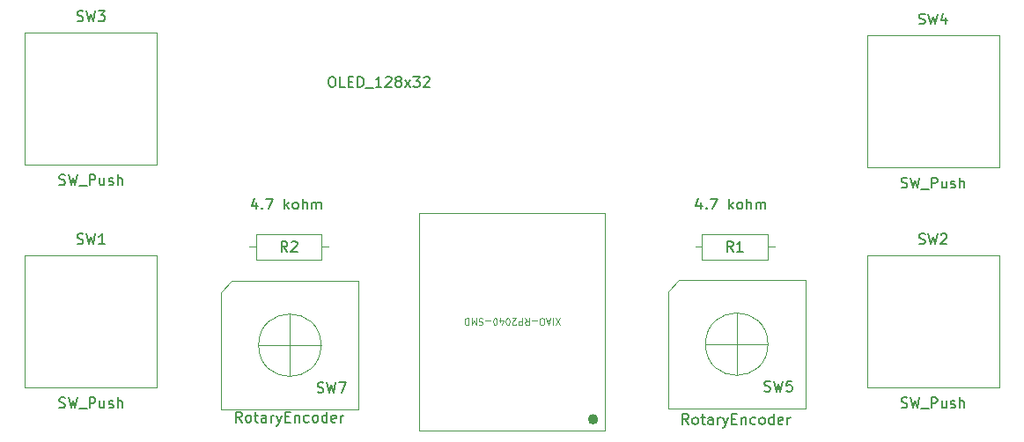
<source format=gbr>
%TF.GenerationSoftware,KiCad,Pcbnew,9.0.6*%
%TF.CreationDate,2025-12-07T01:16:21-05:00*%
%TF.ProjectId,Kigan's Lifeboard,4b696761-6e27-4732-904c-696665626f61,rev?*%
%TF.SameCoordinates,Original*%
%TF.FileFunction,AssemblyDrawing,Top*%
%FSLAX46Y46*%
G04 Gerber Fmt 4.6, Leading zero omitted, Abs format (unit mm)*
G04 Created by KiCad (PCBNEW 9.0.6) date 2025-12-07 01:16:21*
%MOMM*%
%LPD*%
G01*
G04 APERTURE LIST*
%ADD10C,0.150000*%
%ADD11C,0.101600*%
%ADD12C,0.100000*%
%ADD13C,0.120000*%
%ADD14C,0.504000*%
G04 APERTURE END LIST*
D10*
X105411631Y-95785450D02*
X105554488Y-95833069D01*
X105554488Y-95833069D02*
X105792583Y-95833069D01*
X105792583Y-95833069D02*
X105887821Y-95785450D01*
X105887821Y-95785450D02*
X105935440Y-95737830D01*
X105935440Y-95737830D02*
X105983059Y-95642592D01*
X105983059Y-95642592D02*
X105983059Y-95547354D01*
X105983059Y-95547354D02*
X105935440Y-95452116D01*
X105935440Y-95452116D02*
X105887821Y-95404497D01*
X105887821Y-95404497D02*
X105792583Y-95356878D01*
X105792583Y-95356878D02*
X105602107Y-95309259D01*
X105602107Y-95309259D02*
X105506869Y-95261640D01*
X105506869Y-95261640D02*
X105459250Y-95214021D01*
X105459250Y-95214021D02*
X105411631Y-95118783D01*
X105411631Y-95118783D02*
X105411631Y-95023545D01*
X105411631Y-95023545D02*
X105459250Y-94928307D01*
X105459250Y-94928307D02*
X105506869Y-94880688D01*
X105506869Y-94880688D02*
X105602107Y-94833069D01*
X105602107Y-94833069D02*
X105840202Y-94833069D01*
X105840202Y-94833069D02*
X105983059Y-94880688D01*
X106316393Y-94833069D02*
X106554488Y-95833069D01*
X106554488Y-95833069D02*
X106744964Y-95118783D01*
X106744964Y-95118783D02*
X106935440Y-95833069D01*
X106935440Y-95833069D02*
X107173536Y-94833069D01*
X107316393Y-95928307D02*
X108078297Y-95928307D01*
X108316393Y-95833069D02*
X108316393Y-94833069D01*
X108316393Y-94833069D02*
X108697345Y-94833069D01*
X108697345Y-94833069D02*
X108792583Y-94880688D01*
X108792583Y-94880688D02*
X108840202Y-94928307D01*
X108840202Y-94928307D02*
X108887821Y-95023545D01*
X108887821Y-95023545D02*
X108887821Y-95166402D01*
X108887821Y-95166402D02*
X108840202Y-95261640D01*
X108840202Y-95261640D02*
X108792583Y-95309259D01*
X108792583Y-95309259D02*
X108697345Y-95356878D01*
X108697345Y-95356878D02*
X108316393Y-95356878D01*
X109744964Y-95166402D02*
X109744964Y-95833069D01*
X109316393Y-95166402D02*
X109316393Y-95690211D01*
X109316393Y-95690211D02*
X109364012Y-95785450D01*
X109364012Y-95785450D02*
X109459250Y-95833069D01*
X109459250Y-95833069D02*
X109602107Y-95833069D01*
X109602107Y-95833069D02*
X109697345Y-95785450D01*
X109697345Y-95785450D02*
X109744964Y-95737830D01*
X110173536Y-95785450D02*
X110268774Y-95833069D01*
X110268774Y-95833069D02*
X110459250Y-95833069D01*
X110459250Y-95833069D02*
X110554488Y-95785450D01*
X110554488Y-95785450D02*
X110602107Y-95690211D01*
X110602107Y-95690211D02*
X110602107Y-95642592D01*
X110602107Y-95642592D02*
X110554488Y-95547354D01*
X110554488Y-95547354D02*
X110459250Y-95499735D01*
X110459250Y-95499735D02*
X110316393Y-95499735D01*
X110316393Y-95499735D02*
X110221155Y-95452116D01*
X110221155Y-95452116D02*
X110173536Y-95356878D01*
X110173536Y-95356878D02*
X110173536Y-95309259D01*
X110173536Y-95309259D02*
X110221155Y-95214021D01*
X110221155Y-95214021D02*
X110316393Y-95166402D01*
X110316393Y-95166402D02*
X110459250Y-95166402D01*
X110459250Y-95166402D02*
X110554488Y-95214021D01*
X111030679Y-95833069D02*
X111030679Y-94833069D01*
X111459250Y-95833069D02*
X111459250Y-95309259D01*
X111459250Y-95309259D02*
X111411631Y-95214021D01*
X111411631Y-95214021D02*
X111316393Y-95166402D01*
X111316393Y-95166402D02*
X111173536Y-95166402D01*
X111173536Y-95166402D02*
X111078298Y-95214021D01*
X111078298Y-95214021D02*
X111030679Y-95261640D01*
X107125917Y-80037450D02*
X107268774Y-80085069D01*
X107268774Y-80085069D02*
X107506869Y-80085069D01*
X107506869Y-80085069D02*
X107602107Y-80037450D01*
X107602107Y-80037450D02*
X107649726Y-79989830D01*
X107649726Y-79989830D02*
X107697345Y-79894592D01*
X107697345Y-79894592D02*
X107697345Y-79799354D01*
X107697345Y-79799354D02*
X107649726Y-79704116D01*
X107649726Y-79704116D02*
X107602107Y-79656497D01*
X107602107Y-79656497D02*
X107506869Y-79608878D01*
X107506869Y-79608878D02*
X107316393Y-79561259D01*
X107316393Y-79561259D02*
X107221155Y-79513640D01*
X107221155Y-79513640D02*
X107173536Y-79466021D01*
X107173536Y-79466021D02*
X107125917Y-79370783D01*
X107125917Y-79370783D02*
X107125917Y-79275545D01*
X107125917Y-79275545D02*
X107173536Y-79180307D01*
X107173536Y-79180307D02*
X107221155Y-79132688D01*
X107221155Y-79132688D02*
X107316393Y-79085069D01*
X107316393Y-79085069D02*
X107554488Y-79085069D01*
X107554488Y-79085069D02*
X107697345Y-79132688D01*
X108030679Y-79085069D02*
X108268774Y-80085069D01*
X108268774Y-80085069D02*
X108459250Y-79370783D01*
X108459250Y-79370783D02*
X108649726Y-80085069D01*
X108649726Y-80085069D02*
X108887822Y-79085069D01*
X109173536Y-79085069D02*
X109792583Y-79085069D01*
X109792583Y-79085069D02*
X109459250Y-79466021D01*
X109459250Y-79466021D02*
X109602107Y-79466021D01*
X109602107Y-79466021D02*
X109697345Y-79513640D01*
X109697345Y-79513640D02*
X109744964Y-79561259D01*
X109744964Y-79561259D02*
X109792583Y-79656497D01*
X109792583Y-79656497D02*
X109792583Y-79894592D01*
X109792583Y-79894592D02*
X109744964Y-79989830D01*
X109744964Y-79989830D02*
X109697345Y-80037450D01*
X109697345Y-80037450D02*
X109602107Y-80085069D01*
X109602107Y-80085069D02*
X109316393Y-80085069D01*
X109316393Y-80085069D02*
X109221155Y-80037450D01*
X109221155Y-80037450D02*
X109173536Y-79989830D01*
X122962379Y-118654819D02*
X122629046Y-118178628D01*
X122390951Y-118654819D02*
X122390951Y-117654819D01*
X122390951Y-117654819D02*
X122771903Y-117654819D01*
X122771903Y-117654819D02*
X122867141Y-117702438D01*
X122867141Y-117702438D02*
X122914760Y-117750057D01*
X122914760Y-117750057D02*
X122962379Y-117845295D01*
X122962379Y-117845295D02*
X122962379Y-117988152D01*
X122962379Y-117988152D02*
X122914760Y-118083390D01*
X122914760Y-118083390D02*
X122867141Y-118131009D01*
X122867141Y-118131009D02*
X122771903Y-118178628D01*
X122771903Y-118178628D02*
X122390951Y-118178628D01*
X123533808Y-118654819D02*
X123438570Y-118607200D01*
X123438570Y-118607200D02*
X123390951Y-118559580D01*
X123390951Y-118559580D02*
X123343332Y-118464342D01*
X123343332Y-118464342D02*
X123343332Y-118178628D01*
X123343332Y-118178628D02*
X123390951Y-118083390D01*
X123390951Y-118083390D02*
X123438570Y-118035771D01*
X123438570Y-118035771D02*
X123533808Y-117988152D01*
X123533808Y-117988152D02*
X123676665Y-117988152D01*
X123676665Y-117988152D02*
X123771903Y-118035771D01*
X123771903Y-118035771D02*
X123819522Y-118083390D01*
X123819522Y-118083390D02*
X123867141Y-118178628D01*
X123867141Y-118178628D02*
X123867141Y-118464342D01*
X123867141Y-118464342D02*
X123819522Y-118559580D01*
X123819522Y-118559580D02*
X123771903Y-118607200D01*
X123771903Y-118607200D02*
X123676665Y-118654819D01*
X123676665Y-118654819D02*
X123533808Y-118654819D01*
X124152856Y-117988152D02*
X124533808Y-117988152D01*
X124295713Y-117654819D02*
X124295713Y-118511961D01*
X124295713Y-118511961D02*
X124343332Y-118607200D01*
X124343332Y-118607200D02*
X124438570Y-118654819D01*
X124438570Y-118654819D02*
X124533808Y-118654819D01*
X125295713Y-118654819D02*
X125295713Y-118131009D01*
X125295713Y-118131009D02*
X125248094Y-118035771D01*
X125248094Y-118035771D02*
X125152856Y-117988152D01*
X125152856Y-117988152D02*
X124962380Y-117988152D01*
X124962380Y-117988152D02*
X124867142Y-118035771D01*
X125295713Y-118607200D02*
X125200475Y-118654819D01*
X125200475Y-118654819D02*
X124962380Y-118654819D01*
X124962380Y-118654819D02*
X124867142Y-118607200D01*
X124867142Y-118607200D02*
X124819523Y-118511961D01*
X124819523Y-118511961D02*
X124819523Y-118416723D01*
X124819523Y-118416723D02*
X124867142Y-118321485D01*
X124867142Y-118321485D02*
X124962380Y-118273866D01*
X124962380Y-118273866D02*
X125200475Y-118273866D01*
X125200475Y-118273866D02*
X125295713Y-118226247D01*
X125771904Y-118654819D02*
X125771904Y-117988152D01*
X125771904Y-118178628D02*
X125819523Y-118083390D01*
X125819523Y-118083390D02*
X125867142Y-118035771D01*
X125867142Y-118035771D02*
X125962380Y-117988152D01*
X125962380Y-117988152D02*
X126057618Y-117988152D01*
X126295714Y-117988152D02*
X126533809Y-118654819D01*
X126771904Y-117988152D02*
X126533809Y-118654819D01*
X126533809Y-118654819D02*
X126438571Y-118892914D01*
X126438571Y-118892914D02*
X126390952Y-118940533D01*
X126390952Y-118940533D02*
X126295714Y-118988152D01*
X127152857Y-118131009D02*
X127486190Y-118131009D01*
X127629047Y-118654819D02*
X127152857Y-118654819D01*
X127152857Y-118654819D02*
X127152857Y-117654819D01*
X127152857Y-117654819D02*
X127629047Y-117654819D01*
X128057619Y-117988152D02*
X128057619Y-118654819D01*
X128057619Y-118083390D02*
X128105238Y-118035771D01*
X128105238Y-118035771D02*
X128200476Y-117988152D01*
X128200476Y-117988152D02*
X128343333Y-117988152D01*
X128343333Y-117988152D02*
X128438571Y-118035771D01*
X128438571Y-118035771D02*
X128486190Y-118131009D01*
X128486190Y-118131009D02*
X128486190Y-118654819D01*
X129390952Y-118607200D02*
X129295714Y-118654819D01*
X129295714Y-118654819D02*
X129105238Y-118654819D01*
X129105238Y-118654819D02*
X129010000Y-118607200D01*
X129010000Y-118607200D02*
X128962381Y-118559580D01*
X128962381Y-118559580D02*
X128914762Y-118464342D01*
X128914762Y-118464342D02*
X128914762Y-118178628D01*
X128914762Y-118178628D02*
X128962381Y-118083390D01*
X128962381Y-118083390D02*
X129010000Y-118035771D01*
X129010000Y-118035771D02*
X129105238Y-117988152D01*
X129105238Y-117988152D02*
X129295714Y-117988152D01*
X129295714Y-117988152D02*
X129390952Y-118035771D01*
X129962381Y-118654819D02*
X129867143Y-118607200D01*
X129867143Y-118607200D02*
X129819524Y-118559580D01*
X129819524Y-118559580D02*
X129771905Y-118464342D01*
X129771905Y-118464342D02*
X129771905Y-118178628D01*
X129771905Y-118178628D02*
X129819524Y-118083390D01*
X129819524Y-118083390D02*
X129867143Y-118035771D01*
X129867143Y-118035771D02*
X129962381Y-117988152D01*
X129962381Y-117988152D02*
X130105238Y-117988152D01*
X130105238Y-117988152D02*
X130200476Y-118035771D01*
X130200476Y-118035771D02*
X130248095Y-118083390D01*
X130248095Y-118083390D02*
X130295714Y-118178628D01*
X130295714Y-118178628D02*
X130295714Y-118464342D01*
X130295714Y-118464342D02*
X130248095Y-118559580D01*
X130248095Y-118559580D02*
X130200476Y-118607200D01*
X130200476Y-118607200D02*
X130105238Y-118654819D01*
X130105238Y-118654819D02*
X129962381Y-118654819D01*
X131152857Y-118654819D02*
X131152857Y-117654819D01*
X131152857Y-118607200D02*
X131057619Y-118654819D01*
X131057619Y-118654819D02*
X130867143Y-118654819D01*
X130867143Y-118654819D02*
X130771905Y-118607200D01*
X130771905Y-118607200D02*
X130724286Y-118559580D01*
X130724286Y-118559580D02*
X130676667Y-118464342D01*
X130676667Y-118464342D02*
X130676667Y-118178628D01*
X130676667Y-118178628D02*
X130724286Y-118083390D01*
X130724286Y-118083390D02*
X130771905Y-118035771D01*
X130771905Y-118035771D02*
X130867143Y-117988152D01*
X130867143Y-117988152D02*
X131057619Y-117988152D01*
X131057619Y-117988152D02*
X131152857Y-118035771D01*
X132010000Y-118607200D02*
X131914762Y-118654819D01*
X131914762Y-118654819D02*
X131724286Y-118654819D01*
X131724286Y-118654819D02*
X131629048Y-118607200D01*
X131629048Y-118607200D02*
X131581429Y-118511961D01*
X131581429Y-118511961D02*
X131581429Y-118131009D01*
X131581429Y-118131009D02*
X131629048Y-118035771D01*
X131629048Y-118035771D02*
X131724286Y-117988152D01*
X131724286Y-117988152D02*
X131914762Y-117988152D01*
X131914762Y-117988152D02*
X132010000Y-118035771D01*
X132010000Y-118035771D02*
X132057619Y-118131009D01*
X132057619Y-118131009D02*
X132057619Y-118226247D01*
X132057619Y-118226247D02*
X131581429Y-118321485D01*
X132486191Y-118654819D02*
X132486191Y-117988152D01*
X132486191Y-118178628D02*
X132533810Y-118083390D01*
X132533810Y-118083390D02*
X132581429Y-118035771D01*
X132581429Y-118035771D02*
X132676667Y-117988152D01*
X132676667Y-117988152D02*
X132771905Y-117988152D01*
X130246667Y-115747200D02*
X130389524Y-115794819D01*
X130389524Y-115794819D02*
X130627619Y-115794819D01*
X130627619Y-115794819D02*
X130722857Y-115747200D01*
X130722857Y-115747200D02*
X130770476Y-115699580D01*
X130770476Y-115699580D02*
X130818095Y-115604342D01*
X130818095Y-115604342D02*
X130818095Y-115509104D01*
X130818095Y-115509104D02*
X130770476Y-115413866D01*
X130770476Y-115413866D02*
X130722857Y-115366247D01*
X130722857Y-115366247D02*
X130627619Y-115318628D01*
X130627619Y-115318628D02*
X130437143Y-115271009D01*
X130437143Y-115271009D02*
X130341905Y-115223390D01*
X130341905Y-115223390D02*
X130294286Y-115175771D01*
X130294286Y-115175771D02*
X130246667Y-115080533D01*
X130246667Y-115080533D02*
X130246667Y-114985295D01*
X130246667Y-114985295D02*
X130294286Y-114890057D01*
X130294286Y-114890057D02*
X130341905Y-114842438D01*
X130341905Y-114842438D02*
X130437143Y-114794819D01*
X130437143Y-114794819D02*
X130675238Y-114794819D01*
X130675238Y-114794819D02*
X130818095Y-114842438D01*
X131151429Y-114794819D02*
X131389524Y-115794819D01*
X131389524Y-115794819D02*
X131580000Y-115080533D01*
X131580000Y-115080533D02*
X131770476Y-115794819D01*
X131770476Y-115794819D02*
X132008572Y-114794819D01*
X132294286Y-114794819D02*
X132960952Y-114794819D01*
X132960952Y-114794819D02*
X132532381Y-115794819D01*
X131550202Y-85422819D02*
X131740678Y-85422819D01*
X131740678Y-85422819D02*
X131835916Y-85470438D01*
X131835916Y-85470438D02*
X131931154Y-85565676D01*
X131931154Y-85565676D02*
X131978773Y-85756152D01*
X131978773Y-85756152D02*
X131978773Y-86089485D01*
X131978773Y-86089485D02*
X131931154Y-86279961D01*
X131931154Y-86279961D02*
X131835916Y-86375200D01*
X131835916Y-86375200D02*
X131740678Y-86422819D01*
X131740678Y-86422819D02*
X131550202Y-86422819D01*
X131550202Y-86422819D02*
X131454964Y-86375200D01*
X131454964Y-86375200D02*
X131359726Y-86279961D01*
X131359726Y-86279961D02*
X131312107Y-86089485D01*
X131312107Y-86089485D02*
X131312107Y-85756152D01*
X131312107Y-85756152D02*
X131359726Y-85565676D01*
X131359726Y-85565676D02*
X131454964Y-85470438D01*
X131454964Y-85470438D02*
X131550202Y-85422819D01*
X132883535Y-86422819D02*
X132407345Y-86422819D01*
X132407345Y-86422819D02*
X132407345Y-85422819D01*
X133216869Y-85899009D02*
X133550202Y-85899009D01*
X133693059Y-86422819D02*
X133216869Y-86422819D01*
X133216869Y-86422819D02*
X133216869Y-85422819D01*
X133216869Y-85422819D02*
X133693059Y-85422819D01*
X134121631Y-86422819D02*
X134121631Y-85422819D01*
X134121631Y-85422819D02*
X134359726Y-85422819D01*
X134359726Y-85422819D02*
X134502583Y-85470438D01*
X134502583Y-85470438D02*
X134597821Y-85565676D01*
X134597821Y-85565676D02*
X134645440Y-85660914D01*
X134645440Y-85660914D02*
X134693059Y-85851390D01*
X134693059Y-85851390D02*
X134693059Y-85994247D01*
X134693059Y-85994247D02*
X134645440Y-86184723D01*
X134645440Y-86184723D02*
X134597821Y-86279961D01*
X134597821Y-86279961D02*
X134502583Y-86375200D01*
X134502583Y-86375200D02*
X134359726Y-86422819D01*
X134359726Y-86422819D02*
X134121631Y-86422819D01*
X134883536Y-86518057D02*
X135645440Y-86518057D01*
X136407345Y-86422819D02*
X135835917Y-86422819D01*
X136121631Y-86422819D02*
X136121631Y-85422819D01*
X136121631Y-85422819D02*
X136026393Y-85565676D01*
X136026393Y-85565676D02*
X135931155Y-85660914D01*
X135931155Y-85660914D02*
X135835917Y-85708533D01*
X136788298Y-85518057D02*
X136835917Y-85470438D01*
X136835917Y-85470438D02*
X136931155Y-85422819D01*
X136931155Y-85422819D02*
X137169250Y-85422819D01*
X137169250Y-85422819D02*
X137264488Y-85470438D01*
X137264488Y-85470438D02*
X137312107Y-85518057D01*
X137312107Y-85518057D02*
X137359726Y-85613295D01*
X137359726Y-85613295D02*
X137359726Y-85708533D01*
X137359726Y-85708533D02*
X137312107Y-85851390D01*
X137312107Y-85851390D02*
X136740679Y-86422819D01*
X136740679Y-86422819D02*
X137359726Y-86422819D01*
X137931155Y-85851390D02*
X137835917Y-85803771D01*
X137835917Y-85803771D02*
X137788298Y-85756152D01*
X137788298Y-85756152D02*
X137740679Y-85660914D01*
X137740679Y-85660914D02*
X137740679Y-85613295D01*
X137740679Y-85613295D02*
X137788298Y-85518057D01*
X137788298Y-85518057D02*
X137835917Y-85470438D01*
X137835917Y-85470438D02*
X137931155Y-85422819D01*
X137931155Y-85422819D02*
X138121631Y-85422819D01*
X138121631Y-85422819D02*
X138216869Y-85470438D01*
X138216869Y-85470438D02*
X138264488Y-85518057D01*
X138264488Y-85518057D02*
X138312107Y-85613295D01*
X138312107Y-85613295D02*
X138312107Y-85660914D01*
X138312107Y-85660914D02*
X138264488Y-85756152D01*
X138264488Y-85756152D02*
X138216869Y-85803771D01*
X138216869Y-85803771D02*
X138121631Y-85851390D01*
X138121631Y-85851390D02*
X137931155Y-85851390D01*
X137931155Y-85851390D02*
X137835917Y-85899009D01*
X137835917Y-85899009D02*
X137788298Y-85946628D01*
X137788298Y-85946628D02*
X137740679Y-86041866D01*
X137740679Y-86041866D02*
X137740679Y-86232342D01*
X137740679Y-86232342D02*
X137788298Y-86327580D01*
X137788298Y-86327580D02*
X137835917Y-86375200D01*
X137835917Y-86375200D02*
X137931155Y-86422819D01*
X137931155Y-86422819D02*
X138121631Y-86422819D01*
X138121631Y-86422819D02*
X138216869Y-86375200D01*
X138216869Y-86375200D02*
X138264488Y-86327580D01*
X138264488Y-86327580D02*
X138312107Y-86232342D01*
X138312107Y-86232342D02*
X138312107Y-86041866D01*
X138312107Y-86041866D02*
X138264488Y-85946628D01*
X138264488Y-85946628D02*
X138216869Y-85899009D01*
X138216869Y-85899009D02*
X138121631Y-85851390D01*
X138645441Y-86422819D02*
X139169250Y-85756152D01*
X138645441Y-85756152D02*
X139169250Y-86422819D01*
X139454965Y-85422819D02*
X140074012Y-85422819D01*
X140074012Y-85422819D02*
X139740679Y-85803771D01*
X139740679Y-85803771D02*
X139883536Y-85803771D01*
X139883536Y-85803771D02*
X139978774Y-85851390D01*
X139978774Y-85851390D02*
X140026393Y-85899009D01*
X140026393Y-85899009D02*
X140074012Y-85994247D01*
X140074012Y-85994247D02*
X140074012Y-86232342D01*
X140074012Y-86232342D02*
X140026393Y-86327580D01*
X140026393Y-86327580D02*
X139978774Y-86375200D01*
X139978774Y-86375200D02*
X139883536Y-86422819D01*
X139883536Y-86422819D02*
X139597822Y-86422819D01*
X139597822Y-86422819D02*
X139502584Y-86375200D01*
X139502584Y-86375200D02*
X139454965Y-86327580D01*
X140454965Y-85518057D02*
X140502584Y-85470438D01*
X140502584Y-85470438D02*
X140597822Y-85422819D01*
X140597822Y-85422819D02*
X140835917Y-85422819D01*
X140835917Y-85422819D02*
X140931155Y-85470438D01*
X140931155Y-85470438D02*
X140978774Y-85518057D01*
X140978774Y-85518057D02*
X141026393Y-85613295D01*
X141026393Y-85613295D02*
X141026393Y-85708533D01*
X141026393Y-85708533D02*
X140978774Y-85851390D01*
X140978774Y-85851390D02*
X140407346Y-86422819D01*
X140407346Y-86422819D02*
X141026393Y-86422819D01*
X186374131Y-117216700D02*
X186516988Y-117264319D01*
X186516988Y-117264319D02*
X186755083Y-117264319D01*
X186755083Y-117264319D02*
X186850321Y-117216700D01*
X186850321Y-117216700D02*
X186897940Y-117169080D01*
X186897940Y-117169080D02*
X186945559Y-117073842D01*
X186945559Y-117073842D02*
X186945559Y-116978604D01*
X186945559Y-116978604D02*
X186897940Y-116883366D01*
X186897940Y-116883366D02*
X186850321Y-116835747D01*
X186850321Y-116835747D02*
X186755083Y-116788128D01*
X186755083Y-116788128D02*
X186564607Y-116740509D01*
X186564607Y-116740509D02*
X186469369Y-116692890D01*
X186469369Y-116692890D02*
X186421750Y-116645271D01*
X186421750Y-116645271D02*
X186374131Y-116550033D01*
X186374131Y-116550033D02*
X186374131Y-116454795D01*
X186374131Y-116454795D02*
X186421750Y-116359557D01*
X186421750Y-116359557D02*
X186469369Y-116311938D01*
X186469369Y-116311938D02*
X186564607Y-116264319D01*
X186564607Y-116264319D02*
X186802702Y-116264319D01*
X186802702Y-116264319D02*
X186945559Y-116311938D01*
X187278893Y-116264319D02*
X187516988Y-117264319D01*
X187516988Y-117264319D02*
X187707464Y-116550033D01*
X187707464Y-116550033D02*
X187897940Y-117264319D01*
X187897940Y-117264319D02*
X188136036Y-116264319D01*
X188278893Y-117359557D02*
X189040797Y-117359557D01*
X189278893Y-117264319D02*
X189278893Y-116264319D01*
X189278893Y-116264319D02*
X189659845Y-116264319D01*
X189659845Y-116264319D02*
X189755083Y-116311938D01*
X189755083Y-116311938D02*
X189802702Y-116359557D01*
X189802702Y-116359557D02*
X189850321Y-116454795D01*
X189850321Y-116454795D02*
X189850321Y-116597652D01*
X189850321Y-116597652D02*
X189802702Y-116692890D01*
X189802702Y-116692890D02*
X189755083Y-116740509D01*
X189755083Y-116740509D02*
X189659845Y-116788128D01*
X189659845Y-116788128D02*
X189278893Y-116788128D01*
X190707464Y-116597652D02*
X190707464Y-117264319D01*
X190278893Y-116597652D02*
X190278893Y-117121461D01*
X190278893Y-117121461D02*
X190326512Y-117216700D01*
X190326512Y-117216700D02*
X190421750Y-117264319D01*
X190421750Y-117264319D02*
X190564607Y-117264319D01*
X190564607Y-117264319D02*
X190659845Y-117216700D01*
X190659845Y-117216700D02*
X190707464Y-117169080D01*
X191136036Y-117216700D02*
X191231274Y-117264319D01*
X191231274Y-117264319D02*
X191421750Y-117264319D01*
X191421750Y-117264319D02*
X191516988Y-117216700D01*
X191516988Y-117216700D02*
X191564607Y-117121461D01*
X191564607Y-117121461D02*
X191564607Y-117073842D01*
X191564607Y-117073842D02*
X191516988Y-116978604D01*
X191516988Y-116978604D02*
X191421750Y-116930985D01*
X191421750Y-116930985D02*
X191278893Y-116930985D01*
X191278893Y-116930985D02*
X191183655Y-116883366D01*
X191183655Y-116883366D02*
X191136036Y-116788128D01*
X191136036Y-116788128D02*
X191136036Y-116740509D01*
X191136036Y-116740509D02*
X191183655Y-116645271D01*
X191183655Y-116645271D02*
X191278893Y-116597652D01*
X191278893Y-116597652D02*
X191421750Y-116597652D01*
X191421750Y-116597652D02*
X191516988Y-116645271D01*
X191993179Y-117264319D02*
X191993179Y-116264319D01*
X192421750Y-117264319D02*
X192421750Y-116740509D01*
X192421750Y-116740509D02*
X192374131Y-116645271D01*
X192374131Y-116645271D02*
X192278893Y-116597652D01*
X192278893Y-116597652D02*
X192136036Y-116597652D01*
X192136036Y-116597652D02*
X192040798Y-116645271D01*
X192040798Y-116645271D02*
X191993179Y-116692890D01*
X188088417Y-101468700D02*
X188231274Y-101516319D01*
X188231274Y-101516319D02*
X188469369Y-101516319D01*
X188469369Y-101516319D02*
X188564607Y-101468700D01*
X188564607Y-101468700D02*
X188612226Y-101421080D01*
X188612226Y-101421080D02*
X188659845Y-101325842D01*
X188659845Y-101325842D02*
X188659845Y-101230604D01*
X188659845Y-101230604D02*
X188612226Y-101135366D01*
X188612226Y-101135366D02*
X188564607Y-101087747D01*
X188564607Y-101087747D02*
X188469369Y-101040128D01*
X188469369Y-101040128D02*
X188278893Y-100992509D01*
X188278893Y-100992509D02*
X188183655Y-100944890D01*
X188183655Y-100944890D02*
X188136036Y-100897271D01*
X188136036Y-100897271D02*
X188088417Y-100802033D01*
X188088417Y-100802033D02*
X188088417Y-100706795D01*
X188088417Y-100706795D02*
X188136036Y-100611557D01*
X188136036Y-100611557D02*
X188183655Y-100563938D01*
X188183655Y-100563938D02*
X188278893Y-100516319D01*
X188278893Y-100516319D02*
X188516988Y-100516319D01*
X188516988Y-100516319D02*
X188659845Y-100563938D01*
X188993179Y-100516319D02*
X189231274Y-101516319D01*
X189231274Y-101516319D02*
X189421750Y-100802033D01*
X189421750Y-100802033D02*
X189612226Y-101516319D01*
X189612226Y-101516319D02*
X189850322Y-100516319D01*
X190183655Y-100611557D02*
X190231274Y-100563938D01*
X190231274Y-100563938D02*
X190326512Y-100516319D01*
X190326512Y-100516319D02*
X190564607Y-100516319D01*
X190564607Y-100516319D02*
X190659845Y-100563938D01*
X190659845Y-100563938D02*
X190707464Y-100611557D01*
X190707464Y-100611557D02*
X190755083Y-100706795D01*
X190755083Y-100706795D02*
X190755083Y-100802033D01*
X190755083Y-100802033D02*
X190707464Y-100944890D01*
X190707464Y-100944890D02*
X190136036Y-101516319D01*
X190136036Y-101516319D02*
X190755083Y-101516319D01*
X124389047Y-97488152D02*
X124389047Y-98154819D01*
X124150952Y-97107200D02*
X123912857Y-97821485D01*
X123912857Y-97821485D02*
X124531904Y-97821485D01*
X124912857Y-98059580D02*
X124960476Y-98107200D01*
X124960476Y-98107200D02*
X124912857Y-98154819D01*
X124912857Y-98154819D02*
X124865238Y-98107200D01*
X124865238Y-98107200D02*
X124912857Y-98059580D01*
X124912857Y-98059580D02*
X124912857Y-98154819D01*
X125293809Y-97154819D02*
X125960475Y-97154819D01*
X125960475Y-97154819D02*
X125531904Y-98154819D01*
X127103333Y-98154819D02*
X127103333Y-97154819D01*
X127198571Y-97773866D02*
X127484285Y-98154819D01*
X127484285Y-97488152D02*
X127103333Y-97869104D01*
X128055714Y-98154819D02*
X127960476Y-98107200D01*
X127960476Y-98107200D02*
X127912857Y-98059580D01*
X127912857Y-98059580D02*
X127865238Y-97964342D01*
X127865238Y-97964342D02*
X127865238Y-97678628D01*
X127865238Y-97678628D02*
X127912857Y-97583390D01*
X127912857Y-97583390D02*
X127960476Y-97535771D01*
X127960476Y-97535771D02*
X128055714Y-97488152D01*
X128055714Y-97488152D02*
X128198571Y-97488152D01*
X128198571Y-97488152D02*
X128293809Y-97535771D01*
X128293809Y-97535771D02*
X128341428Y-97583390D01*
X128341428Y-97583390D02*
X128389047Y-97678628D01*
X128389047Y-97678628D02*
X128389047Y-97964342D01*
X128389047Y-97964342D02*
X128341428Y-98059580D01*
X128341428Y-98059580D02*
X128293809Y-98107200D01*
X128293809Y-98107200D02*
X128198571Y-98154819D01*
X128198571Y-98154819D02*
X128055714Y-98154819D01*
X128817619Y-98154819D02*
X128817619Y-97154819D01*
X129246190Y-98154819D02*
X129246190Y-97631009D01*
X129246190Y-97631009D02*
X129198571Y-97535771D01*
X129198571Y-97535771D02*
X129103333Y-97488152D01*
X129103333Y-97488152D02*
X128960476Y-97488152D01*
X128960476Y-97488152D02*
X128865238Y-97535771D01*
X128865238Y-97535771D02*
X128817619Y-97583390D01*
X129722381Y-98154819D02*
X129722381Y-97488152D01*
X129722381Y-97583390D02*
X129770000Y-97535771D01*
X129770000Y-97535771D02*
X129865238Y-97488152D01*
X129865238Y-97488152D02*
X130008095Y-97488152D01*
X130008095Y-97488152D02*
X130103333Y-97535771D01*
X130103333Y-97535771D02*
X130150952Y-97631009D01*
X130150952Y-97631009D02*
X130150952Y-98154819D01*
X130150952Y-97631009D02*
X130198571Y-97535771D01*
X130198571Y-97535771D02*
X130293809Y-97488152D01*
X130293809Y-97488152D02*
X130436666Y-97488152D01*
X130436666Y-97488152D02*
X130531905Y-97535771D01*
X130531905Y-97535771D02*
X130579524Y-97631009D01*
X130579524Y-97631009D02*
X130579524Y-98154819D01*
X127342583Y-102246569D02*
X127009250Y-101770378D01*
X126771155Y-102246569D02*
X126771155Y-101246569D01*
X126771155Y-101246569D02*
X127152107Y-101246569D01*
X127152107Y-101246569D02*
X127247345Y-101294188D01*
X127247345Y-101294188D02*
X127294964Y-101341807D01*
X127294964Y-101341807D02*
X127342583Y-101437045D01*
X127342583Y-101437045D02*
X127342583Y-101579902D01*
X127342583Y-101579902D02*
X127294964Y-101675140D01*
X127294964Y-101675140D02*
X127247345Y-101722759D01*
X127247345Y-101722759D02*
X127152107Y-101770378D01*
X127152107Y-101770378D02*
X126771155Y-101770378D01*
X127723536Y-101341807D02*
X127771155Y-101294188D01*
X127771155Y-101294188D02*
X127866393Y-101246569D01*
X127866393Y-101246569D02*
X128104488Y-101246569D01*
X128104488Y-101246569D02*
X128199726Y-101294188D01*
X128199726Y-101294188D02*
X128247345Y-101341807D01*
X128247345Y-101341807D02*
X128294964Y-101437045D01*
X128294964Y-101437045D02*
X128294964Y-101532283D01*
X128294964Y-101532283D02*
X128247345Y-101675140D01*
X128247345Y-101675140D02*
X127675917Y-102246569D01*
X127675917Y-102246569D02*
X128294964Y-102246569D01*
X105411631Y-117216700D02*
X105554488Y-117264319D01*
X105554488Y-117264319D02*
X105792583Y-117264319D01*
X105792583Y-117264319D02*
X105887821Y-117216700D01*
X105887821Y-117216700D02*
X105935440Y-117169080D01*
X105935440Y-117169080D02*
X105983059Y-117073842D01*
X105983059Y-117073842D02*
X105983059Y-116978604D01*
X105983059Y-116978604D02*
X105935440Y-116883366D01*
X105935440Y-116883366D02*
X105887821Y-116835747D01*
X105887821Y-116835747D02*
X105792583Y-116788128D01*
X105792583Y-116788128D02*
X105602107Y-116740509D01*
X105602107Y-116740509D02*
X105506869Y-116692890D01*
X105506869Y-116692890D02*
X105459250Y-116645271D01*
X105459250Y-116645271D02*
X105411631Y-116550033D01*
X105411631Y-116550033D02*
X105411631Y-116454795D01*
X105411631Y-116454795D02*
X105459250Y-116359557D01*
X105459250Y-116359557D02*
X105506869Y-116311938D01*
X105506869Y-116311938D02*
X105602107Y-116264319D01*
X105602107Y-116264319D02*
X105840202Y-116264319D01*
X105840202Y-116264319D02*
X105983059Y-116311938D01*
X106316393Y-116264319D02*
X106554488Y-117264319D01*
X106554488Y-117264319D02*
X106744964Y-116550033D01*
X106744964Y-116550033D02*
X106935440Y-117264319D01*
X106935440Y-117264319D02*
X107173536Y-116264319D01*
X107316393Y-117359557D02*
X108078297Y-117359557D01*
X108316393Y-117264319D02*
X108316393Y-116264319D01*
X108316393Y-116264319D02*
X108697345Y-116264319D01*
X108697345Y-116264319D02*
X108792583Y-116311938D01*
X108792583Y-116311938D02*
X108840202Y-116359557D01*
X108840202Y-116359557D02*
X108887821Y-116454795D01*
X108887821Y-116454795D02*
X108887821Y-116597652D01*
X108887821Y-116597652D02*
X108840202Y-116692890D01*
X108840202Y-116692890D02*
X108792583Y-116740509D01*
X108792583Y-116740509D02*
X108697345Y-116788128D01*
X108697345Y-116788128D02*
X108316393Y-116788128D01*
X109744964Y-116597652D02*
X109744964Y-117264319D01*
X109316393Y-116597652D02*
X109316393Y-117121461D01*
X109316393Y-117121461D02*
X109364012Y-117216700D01*
X109364012Y-117216700D02*
X109459250Y-117264319D01*
X109459250Y-117264319D02*
X109602107Y-117264319D01*
X109602107Y-117264319D02*
X109697345Y-117216700D01*
X109697345Y-117216700D02*
X109744964Y-117169080D01*
X110173536Y-117216700D02*
X110268774Y-117264319D01*
X110268774Y-117264319D02*
X110459250Y-117264319D01*
X110459250Y-117264319D02*
X110554488Y-117216700D01*
X110554488Y-117216700D02*
X110602107Y-117121461D01*
X110602107Y-117121461D02*
X110602107Y-117073842D01*
X110602107Y-117073842D02*
X110554488Y-116978604D01*
X110554488Y-116978604D02*
X110459250Y-116930985D01*
X110459250Y-116930985D02*
X110316393Y-116930985D01*
X110316393Y-116930985D02*
X110221155Y-116883366D01*
X110221155Y-116883366D02*
X110173536Y-116788128D01*
X110173536Y-116788128D02*
X110173536Y-116740509D01*
X110173536Y-116740509D02*
X110221155Y-116645271D01*
X110221155Y-116645271D02*
X110316393Y-116597652D01*
X110316393Y-116597652D02*
X110459250Y-116597652D01*
X110459250Y-116597652D02*
X110554488Y-116645271D01*
X111030679Y-117264319D02*
X111030679Y-116264319D01*
X111459250Y-117264319D02*
X111459250Y-116740509D01*
X111459250Y-116740509D02*
X111411631Y-116645271D01*
X111411631Y-116645271D02*
X111316393Y-116597652D01*
X111316393Y-116597652D02*
X111173536Y-116597652D01*
X111173536Y-116597652D02*
X111078298Y-116645271D01*
X111078298Y-116645271D02*
X111030679Y-116692890D01*
X107125917Y-101468700D02*
X107268774Y-101516319D01*
X107268774Y-101516319D02*
X107506869Y-101516319D01*
X107506869Y-101516319D02*
X107602107Y-101468700D01*
X107602107Y-101468700D02*
X107649726Y-101421080D01*
X107649726Y-101421080D02*
X107697345Y-101325842D01*
X107697345Y-101325842D02*
X107697345Y-101230604D01*
X107697345Y-101230604D02*
X107649726Y-101135366D01*
X107649726Y-101135366D02*
X107602107Y-101087747D01*
X107602107Y-101087747D02*
X107506869Y-101040128D01*
X107506869Y-101040128D02*
X107316393Y-100992509D01*
X107316393Y-100992509D02*
X107221155Y-100944890D01*
X107221155Y-100944890D02*
X107173536Y-100897271D01*
X107173536Y-100897271D02*
X107125917Y-100802033D01*
X107125917Y-100802033D02*
X107125917Y-100706795D01*
X107125917Y-100706795D02*
X107173536Y-100611557D01*
X107173536Y-100611557D02*
X107221155Y-100563938D01*
X107221155Y-100563938D02*
X107316393Y-100516319D01*
X107316393Y-100516319D02*
X107554488Y-100516319D01*
X107554488Y-100516319D02*
X107697345Y-100563938D01*
X108030679Y-100516319D02*
X108268774Y-101516319D01*
X108268774Y-101516319D02*
X108459250Y-100802033D01*
X108459250Y-100802033D02*
X108649726Y-101516319D01*
X108649726Y-101516319D02*
X108887822Y-100516319D01*
X109792583Y-101516319D02*
X109221155Y-101516319D01*
X109506869Y-101516319D02*
X109506869Y-100516319D01*
X109506869Y-100516319D02*
X109411631Y-100659176D01*
X109411631Y-100659176D02*
X109316393Y-100754414D01*
X109316393Y-100754414D02*
X109221155Y-100802033D01*
X165922379Y-118844819D02*
X165589046Y-118368628D01*
X165350951Y-118844819D02*
X165350951Y-117844819D01*
X165350951Y-117844819D02*
X165731903Y-117844819D01*
X165731903Y-117844819D02*
X165827141Y-117892438D01*
X165827141Y-117892438D02*
X165874760Y-117940057D01*
X165874760Y-117940057D02*
X165922379Y-118035295D01*
X165922379Y-118035295D02*
X165922379Y-118178152D01*
X165922379Y-118178152D02*
X165874760Y-118273390D01*
X165874760Y-118273390D02*
X165827141Y-118321009D01*
X165827141Y-118321009D02*
X165731903Y-118368628D01*
X165731903Y-118368628D02*
X165350951Y-118368628D01*
X166493808Y-118844819D02*
X166398570Y-118797200D01*
X166398570Y-118797200D02*
X166350951Y-118749580D01*
X166350951Y-118749580D02*
X166303332Y-118654342D01*
X166303332Y-118654342D02*
X166303332Y-118368628D01*
X166303332Y-118368628D02*
X166350951Y-118273390D01*
X166350951Y-118273390D02*
X166398570Y-118225771D01*
X166398570Y-118225771D02*
X166493808Y-118178152D01*
X166493808Y-118178152D02*
X166636665Y-118178152D01*
X166636665Y-118178152D02*
X166731903Y-118225771D01*
X166731903Y-118225771D02*
X166779522Y-118273390D01*
X166779522Y-118273390D02*
X166827141Y-118368628D01*
X166827141Y-118368628D02*
X166827141Y-118654342D01*
X166827141Y-118654342D02*
X166779522Y-118749580D01*
X166779522Y-118749580D02*
X166731903Y-118797200D01*
X166731903Y-118797200D02*
X166636665Y-118844819D01*
X166636665Y-118844819D02*
X166493808Y-118844819D01*
X167112856Y-118178152D02*
X167493808Y-118178152D01*
X167255713Y-117844819D02*
X167255713Y-118701961D01*
X167255713Y-118701961D02*
X167303332Y-118797200D01*
X167303332Y-118797200D02*
X167398570Y-118844819D01*
X167398570Y-118844819D02*
X167493808Y-118844819D01*
X168255713Y-118844819D02*
X168255713Y-118321009D01*
X168255713Y-118321009D02*
X168208094Y-118225771D01*
X168208094Y-118225771D02*
X168112856Y-118178152D01*
X168112856Y-118178152D02*
X167922380Y-118178152D01*
X167922380Y-118178152D02*
X167827142Y-118225771D01*
X168255713Y-118797200D02*
X168160475Y-118844819D01*
X168160475Y-118844819D02*
X167922380Y-118844819D01*
X167922380Y-118844819D02*
X167827142Y-118797200D01*
X167827142Y-118797200D02*
X167779523Y-118701961D01*
X167779523Y-118701961D02*
X167779523Y-118606723D01*
X167779523Y-118606723D02*
X167827142Y-118511485D01*
X167827142Y-118511485D02*
X167922380Y-118463866D01*
X167922380Y-118463866D02*
X168160475Y-118463866D01*
X168160475Y-118463866D02*
X168255713Y-118416247D01*
X168731904Y-118844819D02*
X168731904Y-118178152D01*
X168731904Y-118368628D02*
X168779523Y-118273390D01*
X168779523Y-118273390D02*
X168827142Y-118225771D01*
X168827142Y-118225771D02*
X168922380Y-118178152D01*
X168922380Y-118178152D02*
X169017618Y-118178152D01*
X169255714Y-118178152D02*
X169493809Y-118844819D01*
X169731904Y-118178152D02*
X169493809Y-118844819D01*
X169493809Y-118844819D02*
X169398571Y-119082914D01*
X169398571Y-119082914D02*
X169350952Y-119130533D01*
X169350952Y-119130533D02*
X169255714Y-119178152D01*
X170112857Y-118321009D02*
X170446190Y-118321009D01*
X170589047Y-118844819D02*
X170112857Y-118844819D01*
X170112857Y-118844819D02*
X170112857Y-117844819D01*
X170112857Y-117844819D02*
X170589047Y-117844819D01*
X171017619Y-118178152D02*
X171017619Y-118844819D01*
X171017619Y-118273390D02*
X171065238Y-118225771D01*
X171065238Y-118225771D02*
X171160476Y-118178152D01*
X171160476Y-118178152D02*
X171303333Y-118178152D01*
X171303333Y-118178152D02*
X171398571Y-118225771D01*
X171398571Y-118225771D02*
X171446190Y-118321009D01*
X171446190Y-118321009D02*
X171446190Y-118844819D01*
X172350952Y-118797200D02*
X172255714Y-118844819D01*
X172255714Y-118844819D02*
X172065238Y-118844819D01*
X172065238Y-118844819D02*
X171970000Y-118797200D01*
X171970000Y-118797200D02*
X171922381Y-118749580D01*
X171922381Y-118749580D02*
X171874762Y-118654342D01*
X171874762Y-118654342D02*
X171874762Y-118368628D01*
X171874762Y-118368628D02*
X171922381Y-118273390D01*
X171922381Y-118273390D02*
X171970000Y-118225771D01*
X171970000Y-118225771D02*
X172065238Y-118178152D01*
X172065238Y-118178152D02*
X172255714Y-118178152D01*
X172255714Y-118178152D02*
X172350952Y-118225771D01*
X172922381Y-118844819D02*
X172827143Y-118797200D01*
X172827143Y-118797200D02*
X172779524Y-118749580D01*
X172779524Y-118749580D02*
X172731905Y-118654342D01*
X172731905Y-118654342D02*
X172731905Y-118368628D01*
X172731905Y-118368628D02*
X172779524Y-118273390D01*
X172779524Y-118273390D02*
X172827143Y-118225771D01*
X172827143Y-118225771D02*
X172922381Y-118178152D01*
X172922381Y-118178152D02*
X173065238Y-118178152D01*
X173065238Y-118178152D02*
X173160476Y-118225771D01*
X173160476Y-118225771D02*
X173208095Y-118273390D01*
X173208095Y-118273390D02*
X173255714Y-118368628D01*
X173255714Y-118368628D02*
X173255714Y-118654342D01*
X173255714Y-118654342D02*
X173208095Y-118749580D01*
X173208095Y-118749580D02*
X173160476Y-118797200D01*
X173160476Y-118797200D02*
X173065238Y-118844819D01*
X173065238Y-118844819D02*
X172922381Y-118844819D01*
X174112857Y-118844819D02*
X174112857Y-117844819D01*
X174112857Y-118797200D02*
X174017619Y-118844819D01*
X174017619Y-118844819D02*
X173827143Y-118844819D01*
X173827143Y-118844819D02*
X173731905Y-118797200D01*
X173731905Y-118797200D02*
X173684286Y-118749580D01*
X173684286Y-118749580D02*
X173636667Y-118654342D01*
X173636667Y-118654342D02*
X173636667Y-118368628D01*
X173636667Y-118368628D02*
X173684286Y-118273390D01*
X173684286Y-118273390D02*
X173731905Y-118225771D01*
X173731905Y-118225771D02*
X173827143Y-118178152D01*
X173827143Y-118178152D02*
X174017619Y-118178152D01*
X174017619Y-118178152D02*
X174112857Y-118225771D01*
X174970000Y-118797200D02*
X174874762Y-118844819D01*
X174874762Y-118844819D02*
X174684286Y-118844819D01*
X174684286Y-118844819D02*
X174589048Y-118797200D01*
X174589048Y-118797200D02*
X174541429Y-118701961D01*
X174541429Y-118701961D02*
X174541429Y-118321009D01*
X174541429Y-118321009D02*
X174589048Y-118225771D01*
X174589048Y-118225771D02*
X174684286Y-118178152D01*
X174684286Y-118178152D02*
X174874762Y-118178152D01*
X174874762Y-118178152D02*
X174970000Y-118225771D01*
X174970000Y-118225771D02*
X175017619Y-118321009D01*
X175017619Y-118321009D02*
X175017619Y-118416247D01*
X175017619Y-118416247D02*
X174541429Y-118511485D01*
X175446191Y-118844819D02*
X175446191Y-118178152D01*
X175446191Y-118368628D02*
X175493810Y-118273390D01*
X175493810Y-118273390D02*
X175541429Y-118225771D01*
X175541429Y-118225771D02*
X175636667Y-118178152D01*
X175636667Y-118178152D02*
X175731905Y-118178152D01*
X173226667Y-115647200D02*
X173369524Y-115694819D01*
X173369524Y-115694819D02*
X173607619Y-115694819D01*
X173607619Y-115694819D02*
X173702857Y-115647200D01*
X173702857Y-115647200D02*
X173750476Y-115599580D01*
X173750476Y-115599580D02*
X173798095Y-115504342D01*
X173798095Y-115504342D02*
X173798095Y-115409104D01*
X173798095Y-115409104D02*
X173750476Y-115313866D01*
X173750476Y-115313866D02*
X173702857Y-115266247D01*
X173702857Y-115266247D02*
X173607619Y-115218628D01*
X173607619Y-115218628D02*
X173417143Y-115171009D01*
X173417143Y-115171009D02*
X173321905Y-115123390D01*
X173321905Y-115123390D02*
X173274286Y-115075771D01*
X173274286Y-115075771D02*
X173226667Y-114980533D01*
X173226667Y-114980533D02*
X173226667Y-114885295D01*
X173226667Y-114885295D02*
X173274286Y-114790057D01*
X173274286Y-114790057D02*
X173321905Y-114742438D01*
X173321905Y-114742438D02*
X173417143Y-114694819D01*
X173417143Y-114694819D02*
X173655238Y-114694819D01*
X173655238Y-114694819D02*
X173798095Y-114742438D01*
X174131429Y-114694819D02*
X174369524Y-115694819D01*
X174369524Y-115694819D02*
X174560000Y-114980533D01*
X174560000Y-114980533D02*
X174750476Y-115694819D01*
X174750476Y-115694819D02*
X174988572Y-114694819D01*
X175845714Y-114694819D02*
X175369524Y-114694819D01*
X175369524Y-114694819D02*
X175321905Y-115171009D01*
X175321905Y-115171009D02*
X175369524Y-115123390D01*
X175369524Y-115123390D02*
X175464762Y-115075771D01*
X175464762Y-115075771D02*
X175702857Y-115075771D01*
X175702857Y-115075771D02*
X175798095Y-115123390D01*
X175798095Y-115123390D02*
X175845714Y-115171009D01*
X175845714Y-115171009D02*
X175893333Y-115266247D01*
X175893333Y-115266247D02*
X175893333Y-115504342D01*
X175893333Y-115504342D02*
X175845714Y-115599580D01*
X175845714Y-115599580D02*
X175798095Y-115647200D01*
X175798095Y-115647200D02*
X175702857Y-115694819D01*
X175702857Y-115694819D02*
X175464762Y-115694819D01*
X175464762Y-115694819D02*
X175369524Y-115647200D01*
X175369524Y-115647200D02*
X175321905Y-115599580D01*
X167109047Y-97488152D02*
X167109047Y-98154819D01*
X166870952Y-97107200D02*
X166632857Y-97821485D01*
X166632857Y-97821485D02*
X167251904Y-97821485D01*
X167632857Y-98059580D02*
X167680476Y-98107200D01*
X167680476Y-98107200D02*
X167632857Y-98154819D01*
X167632857Y-98154819D02*
X167585238Y-98107200D01*
X167585238Y-98107200D02*
X167632857Y-98059580D01*
X167632857Y-98059580D02*
X167632857Y-98154819D01*
X168013809Y-97154819D02*
X168680475Y-97154819D01*
X168680475Y-97154819D02*
X168251904Y-98154819D01*
X169823333Y-98154819D02*
X169823333Y-97154819D01*
X169918571Y-97773866D02*
X170204285Y-98154819D01*
X170204285Y-97488152D02*
X169823333Y-97869104D01*
X170775714Y-98154819D02*
X170680476Y-98107200D01*
X170680476Y-98107200D02*
X170632857Y-98059580D01*
X170632857Y-98059580D02*
X170585238Y-97964342D01*
X170585238Y-97964342D02*
X170585238Y-97678628D01*
X170585238Y-97678628D02*
X170632857Y-97583390D01*
X170632857Y-97583390D02*
X170680476Y-97535771D01*
X170680476Y-97535771D02*
X170775714Y-97488152D01*
X170775714Y-97488152D02*
X170918571Y-97488152D01*
X170918571Y-97488152D02*
X171013809Y-97535771D01*
X171013809Y-97535771D02*
X171061428Y-97583390D01*
X171061428Y-97583390D02*
X171109047Y-97678628D01*
X171109047Y-97678628D02*
X171109047Y-97964342D01*
X171109047Y-97964342D02*
X171061428Y-98059580D01*
X171061428Y-98059580D02*
X171013809Y-98107200D01*
X171013809Y-98107200D02*
X170918571Y-98154819D01*
X170918571Y-98154819D02*
X170775714Y-98154819D01*
X171537619Y-98154819D02*
X171537619Y-97154819D01*
X171966190Y-98154819D02*
X171966190Y-97631009D01*
X171966190Y-97631009D02*
X171918571Y-97535771D01*
X171918571Y-97535771D02*
X171823333Y-97488152D01*
X171823333Y-97488152D02*
X171680476Y-97488152D01*
X171680476Y-97488152D02*
X171585238Y-97535771D01*
X171585238Y-97535771D02*
X171537619Y-97583390D01*
X172442381Y-98154819D02*
X172442381Y-97488152D01*
X172442381Y-97583390D02*
X172490000Y-97535771D01*
X172490000Y-97535771D02*
X172585238Y-97488152D01*
X172585238Y-97488152D02*
X172728095Y-97488152D01*
X172728095Y-97488152D02*
X172823333Y-97535771D01*
X172823333Y-97535771D02*
X172870952Y-97631009D01*
X172870952Y-97631009D02*
X172870952Y-98154819D01*
X172870952Y-97631009D02*
X172918571Y-97535771D01*
X172918571Y-97535771D02*
X173013809Y-97488152D01*
X173013809Y-97488152D02*
X173156666Y-97488152D01*
X173156666Y-97488152D02*
X173251905Y-97535771D01*
X173251905Y-97535771D02*
X173299524Y-97631009D01*
X173299524Y-97631009D02*
X173299524Y-98154819D01*
X170205083Y-102246569D02*
X169871750Y-101770378D01*
X169633655Y-102246569D02*
X169633655Y-101246569D01*
X169633655Y-101246569D02*
X170014607Y-101246569D01*
X170014607Y-101246569D02*
X170109845Y-101294188D01*
X170109845Y-101294188D02*
X170157464Y-101341807D01*
X170157464Y-101341807D02*
X170205083Y-101437045D01*
X170205083Y-101437045D02*
X170205083Y-101579902D01*
X170205083Y-101579902D02*
X170157464Y-101675140D01*
X170157464Y-101675140D02*
X170109845Y-101722759D01*
X170109845Y-101722759D02*
X170014607Y-101770378D01*
X170014607Y-101770378D02*
X169633655Y-101770378D01*
X171157464Y-102246569D02*
X170586036Y-102246569D01*
X170871750Y-102246569D02*
X170871750Y-101246569D01*
X170871750Y-101246569D02*
X170776512Y-101389426D01*
X170776512Y-101389426D02*
X170681274Y-101484664D01*
X170681274Y-101484664D02*
X170586036Y-101532283D01*
X186374131Y-96069200D02*
X186516988Y-96116819D01*
X186516988Y-96116819D02*
X186755083Y-96116819D01*
X186755083Y-96116819D02*
X186850321Y-96069200D01*
X186850321Y-96069200D02*
X186897940Y-96021580D01*
X186897940Y-96021580D02*
X186945559Y-95926342D01*
X186945559Y-95926342D02*
X186945559Y-95831104D01*
X186945559Y-95831104D02*
X186897940Y-95735866D01*
X186897940Y-95735866D02*
X186850321Y-95688247D01*
X186850321Y-95688247D02*
X186755083Y-95640628D01*
X186755083Y-95640628D02*
X186564607Y-95593009D01*
X186564607Y-95593009D02*
X186469369Y-95545390D01*
X186469369Y-95545390D02*
X186421750Y-95497771D01*
X186421750Y-95497771D02*
X186374131Y-95402533D01*
X186374131Y-95402533D02*
X186374131Y-95307295D01*
X186374131Y-95307295D02*
X186421750Y-95212057D01*
X186421750Y-95212057D02*
X186469369Y-95164438D01*
X186469369Y-95164438D02*
X186564607Y-95116819D01*
X186564607Y-95116819D02*
X186802702Y-95116819D01*
X186802702Y-95116819D02*
X186945559Y-95164438D01*
X187278893Y-95116819D02*
X187516988Y-96116819D01*
X187516988Y-96116819D02*
X187707464Y-95402533D01*
X187707464Y-95402533D02*
X187897940Y-96116819D01*
X187897940Y-96116819D02*
X188136036Y-95116819D01*
X188278893Y-96212057D02*
X189040797Y-96212057D01*
X189278893Y-96116819D02*
X189278893Y-95116819D01*
X189278893Y-95116819D02*
X189659845Y-95116819D01*
X189659845Y-95116819D02*
X189755083Y-95164438D01*
X189755083Y-95164438D02*
X189802702Y-95212057D01*
X189802702Y-95212057D02*
X189850321Y-95307295D01*
X189850321Y-95307295D02*
X189850321Y-95450152D01*
X189850321Y-95450152D02*
X189802702Y-95545390D01*
X189802702Y-95545390D02*
X189755083Y-95593009D01*
X189755083Y-95593009D02*
X189659845Y-95640628D01*
X189659845Y-95640628D02*
X189278893Y-95640628D01*
X190707464Y-95450152D02*
X190707464Y-96116819D01*
X190278893Y-95450152D02*
X190278893Y-95973961D01*
X190278893Y-95973961D02*
X190326512Y-96069200D01*
X190326512Y-96069200D02*
X190421750Y-96116819D01*
X190421750Y-96116819D02*
X190564607Y-96116819D01*
X190564607Y-96116819D02*
X190659845Y-96069200D01*
X190659845Y-96069200D02*
X190707464Y-96021580D01*
X191136036Y-96069200D02*
X191231274Y-96116819D01*
X191231274Y-96116819D02*
X191421750Y-96116819D01*
X191421750Y-96116819D02*
X191516988Y-96069200D01*
X191516988Y-96069200D02*
X191564607Y-95973961D01*
X191564607Y-95973961D02*
X191564607Y-95926342D01*
X191564607Y-95926342D02*
X191516988Y-95831104D01*
X191516988Y-95831104D02*
X191421750Y-95783485D01*
X191421750Y-95783485D02*
X191278893Y-95783485D01*
X191278893Y-95783485D02*
X191183655Y-95735866D01*
X191183655Y-95735866D02*
X191136036Y-95640628D01*
X191136036Y-95640628D02*
X191136036Y-95593009D01*
X191136036Y-95593009D02*
X191183655Y-95497771D01*
X191183655Y-95497771D02*
X191278893Y-95450152D01*
X191278893Y-95450152D02*
X191421750Y-95450152D01*
X191421750Y-95450152D02*
X191516988Y-95497771D01*
X191993179Y-96116819D02*
X191993179Y-95116819D01*
X192421750Y-96116819D02*
X192421750Y-95593009D01*
X192421750Y-95593009D02*
X192374131Y-95497771D01*
X192374131Y-95497771D02*
X192278893Y-95450152D01*
X192278893Y-95450152D02*
X192136036Y-95450152D01*
X192136036Y-95450152D02*
X192040798Y-95497771D01*
X192040798Y-95497771D02*
X191993179Y-95545390D01*
X188088417Y-80321200D02*
X188231274Y-80368819D01*
X188231274Y-80368819D02*
X188469369Y-80368819D01*
X188469369Y-80368819D02*
X188564607Y-80321200D01*
X188564607Y-80321200D02*
X188612226Y-80273580D01*
X188612226Y-80273580D02*
X188659845Y-80178342D01*
X188659845Y-80178342D02*
X188659845Y-80083104D01*
X188659845Y-80083104D02*
X188612226Y-79987866D01*
X188612226Y-79987866D02*
X188564607Y-79940247D01*
X188564607Y-79940247D02*
X188469369Y-79892628D01*
X188469369Y-79892628D02*
X188278893Y-79845009D01*
X188278893Y-79845009D02*
X188183655Y-79797390D01*
X188183655Y-79797390D02*
X188136036Y-79749771D01*
X188136036Y-79749771D02*
X188088417Y-79654533D01*
X188088417Y-79654533D02*
X188088417Y-79559295D01*
X188088417Y-79559295D02*
X188136036Y-79464057D01*
X188136036Y-79464057D02*
X188183655Y-79416438D01*
X188183655Y-79416438D02*
X188278893Y-79368819D01*
X188278893Y-79368819D02*
X188516988Y-79368819D01*
X188516988Y-79368819D02*
X188659845Y-79416438D01*
X188993179Y-79368819D02*
X189231274Y-80368819D01*
X189231274Y-80368819D02*
X189421750Y-79654533D01*
X189421750Y-79654533D02*
X189612226Y-80368819D01*
X189612226Y-80368819D02*
X189850322Y-79368819D01*
X190659845Y-79702152D02*
X190659845Y-80368819D01*
X190421750Y-79321200D02*
X190183655Y-80035485D01*
X190183655Y-80035485D02*
X190802702Y-80035485D01*
D11*
X153521570Y-109282020D02*
X153098237Y-108647020D01*
X153098237Y-109282020D02*
X153521570Y-108647020D01*
X152856332Y-108647020D02*
X152856332Y-109282020D01*
X152584189Y-108828449D02*
X152281808Y-108828449D01*
X152644665Y-108647020D02*
X152432999Y-109282020D01*
X152432999Y-109282020D02*
X152221332Y-108647020D01*
X151888713Y-109282020D02*
X151767760Y-109282020D01*
X151767760Y-109282020D02*
X151707284Y-109251782D01*
X151707284Y-109251782D02*
X151646808Y-109191306D01*
X151646808Y-109191306D02*
X151616570Y-109070354D01*
X151616570Y-109070354D02*
X151616570Y-108858687D01*
X151616570Y-108858687D02*
X151646808Y-108737735D01*
X151646808Y-108737735D02*
X151707284Y-108677259D01*
X151707284Y-108677259D02*
X151767760Y-108647020D01*
X151767760Y-108647020D02*
X151888713Y-108647020D01*
X151888713Y-108647020D02*
X151949189Y-108677259D01*
X151949189Y-108677259D02*
X152009665Y-108737735D01*
X152009665Y-108737735D02*
X152039903Y-108858687D01*
X152039903Y-108858687D02*
X152039903Y-109070354D01*
X152039903Y-109070354D02*
X152009665Y-109191306D01*
X152009665Y-109191306D02*
X151949189Y-109251782D01*
X151949189Y-109251782D02*
X151888713Y-109282020D01*
X151344427Y-108888925D02*
X150860618Y-108888925D01*
X150195380Y-108647020D02*
X150407047Y-108949401D01*
X150558237Y-108647020D02*
X150558237Y-109282020D01*
X150558237Y-109282020D02*
X150316332Y-109282020D01*
X150316332Y-109282020D02*
X150255856Y-109251782D01*
X150255856Y-109251782D02*
X150225618Y-109221544D01*
X150225618Y-109221544D02*
X150195380Y-109161068D01*
X150195380Y-109161068D02*
X150195380Y-109070354D01*
X150195380Y-109070354D02*
X150225618Y-109009878D01*
X150225618Y-109009878D02*
X150255856Y-108979639D01*
X150255856Y-108979639D02*
X150316332Y-108949401D01*
X150316332Y-108949401D02*
X150558237Y-108949401D01*
X149923237Y-108647020D02*
X149923237Y-109282020D01*
X149923237Y-109282020D02*
X149681332Y-109282020D01*
X149681332Y-109282020D02*
X149620856Y-109251782D01*
X149620856Y-109251782D02*
X149590618Y-109221544D01*
X149590618Y-109221544D02*
X149560380Y-109161068D01*
X149560380Y-109161068D02*
X149560380Y-109070354D01*
X149560380Y-109070354D02*
X149590618Y-109009878D01*
X149590618Y-109009878D02*
X149620856Y-108979639D01*
X149620856Y-108979639D02*
X149681332Y-108949401D01*
X149681332Y-108949401D02*
X149923237Y-108949401D01*
X149318475Y-109221544D02*
X149288237Y-109251782D01*
X149288237Y-109251782D02*
X149227761Y-109282020D01*
X149227761Y-109282020D02*
X149076570Y-109282020D01*
X149076570Y-109282020D02*
X149016094Y-109251782D01*
X149016094Y-109251782D02*
X148985856Y-109221544D01*
X148985856Y-109221544D02*
X148955618Y-109161068D01*
X148955618Y-109161068D02*
X148955618Y-109100592D01*
X148955618Y-109100592D02*
X148985856Y-109009878D01*
X148985856Y-109009878D02*
X149348713Y-108647020D01*
X149348713Y-108647020D02*
X148955618Y-108647020D01*
X148562523Y-109282020D02*
X148502046Y-109282020D01*
X148502046Y-109282020D02*
X148441570Y-109251782D01*
X148441570Y-109251782D02*
X148411332Y-109221544D01*
X148411332Y-109221544D02*
X148381094Y-109161068D01*
X148381094Y-109161068D02*
X148350856Y-109040116D01*
X148350856Y-109040116D02*
X148350856Y-108888925D01*
X148350856Y-108888925D02*
X148381094Y-108767973D01*
X148381094Y-108767973D02*
X148411332Y-108707497D01*
X148411332Y-108707497D02*
X148441570Y-108677259D01*
X148441570Y-108677259D02*
X148502046Y-108647020D01*
X148502046Y-108647020D02*
X148562523Y-108647020D01*
X148562523Y-108647020D02*
X148622999Y-108677259D01*
X148622999Y-108677259D02*
X148653237Y-108707497D01*
X148653237Y-108707497D02*
X148683475Y-108767973D01*
X148683475Y-108767973D02*
X148713713Y-108888925D01*
X148713713Y-108888925D02*
X148713713Y-109040116D01*
X148713713Y-109040116D02*
X148683475Y-109161068D01*
X148683475Y-109161068D02*
X148653237Y-109221544D01*
X148653237Y-109221544D02*
X148622999Y-109251782D01*
X148622999Y-109251782D02*
X148562523Y-109282020D01*
X147806570Y-109070354D02*
X147806570Y-108647020D01*
X147957761Y-109312259D02*
X148108951Y-108858687D01*
X148108951Y-108858687D02*
X147715856Y-108858687D01*
X147352999Y-109282020D02*
X147292522Y-109282020D01*
X147292522Y-109282020D02*
X147232046Y-109251782D01*
X147232046Y-109251782D02*
X147201808Y-109221544D01*
X147201808Y-109221544D02*
X147171570Y-109161068D01*
X147171570Y-109161068D02*
X147141332Y-109040116D01*
X147141332Y-109040116D02*
X147141332Y-108888925D01*
X147141332Y-108888925D02*
X147171570Y-108767973D01*
X147171570Y-108767973D02*
X147201808Y-108707497D01*
X147201808Y-108707497D02*
X147232046Y-108677259D01*
X147232046Y-108677259D02*
X147292522Y-108647020D01*
X147292522Y-108647020D02*
X147352999Y-108647020D01*
X147352999Y-108647020D02*
X147413475Y-108677259D01*
X147413475Y-108677259D02*
X147443713Y-108707497D01*
X147443713Y-108707497D02*
X147473951Y-108767973D01*
X147473951Y-108767973D02*
X147504189Y-108888925D01*
X147504189Y-108888925D02*
X147504189Y-109040116D01*
X147504189Y-109040116D02*
X147473951Y-109161068D01*
X147473951Y-109161068D02*
X147443713Y-109221544D01*
X147443713Y-109221544D02*
X147413475Y-109251782D01*
X147413475Y-109251782D02*
X147352999Y-109282020D01*
X146869189Y-108888925D02*
X146385380Y-108888925D01*
X146113237Y-108677259D02*
X146022523Y-108647020D01*
X146022523Y-108647020D02*
X145871332Y-108647020D01*
X145871332Y-108647020D02*
X145810856Y-108677259D01*
X145810856Y-108677259D02*
X145780618Y-108707497D01*
X145780618Y-108707497D02*
X145750380Y-108767973D01*
X145750380Y-108767973D02*
X145750380Y-108828449D01*
X145750380Y-108828449D02*
X145780618Y-108888925D01*
X145780618Y-108888925D02*
X145810856Y-108919163D01*
X145810856Y-108919163D02*
X145871332Y-108949401D01*
X145871332Y-108949401D02*
X145992285Y-108979639D01*
X145992285Y-108979639D02*
X146052761Y-109009878D01*
X146052761Y-109009878D02*
X146082999Y-109040116D01*
X146082999Y-109040116D02*
X146113237Y-109100592D01*
X146113237Y-109100592D02*
X146113237Y-109161068D01*
X146113237Y-109161068D02*
X146082999Y-109221544D01*
X146082999Y-109221544D02*
X146052761Y-109251782D01*
X146052761Y-109251782D02*
X145992285Y-109282020D01*
X145992285Y-109282020D02*
X145841094Y-109282020D01*
X145841094Y-109282020D02*
X145750380Y-109251782D01*
X145478237Y-108647020D02*
X145478237Y-109282020D01*
X145478237Y-109282020D02*
X145266570Y-108828449D01*
X145266570Y-108828449D02*
X145054904Y-109282020D01*
X145054904Y-109282020D02*
X145054904Y-108647020D01*
X144752523Y-108647020D02*
X144752523Y-109282020D01*
X144752523Y-109282020D02*
X144601333Y-109282020D01*
X144601333Y-109282020D02*
X144510618Y-109251782D01*
X144510618Y-109251782D02*
X144450142Y-109191306D01*
X144450142Y-109191306D02*
X144419904Y-109130830D01*
X144419904Y-109130830D02*
X144389666Y-109009878D01*
X144389666Y-109009878D02*
X144389666Y-108919163D01*
X144389666Y-108919163D02*
X144419904Y-108798211D01*
X144419904Y-108798211D02*
X144450142Y-108737735D01*
X144450142Y-108737735D02*
X144510618Y-108677259D01*
X144510618Y-108677259D02*
X144601333Y-108647020D01*
X144601333Y-108647020D02*
X144752523Y-108647020D01*
D12*
%TO.C,SW3*%
X102109250Y-81154250D02*
X114809250Y-81154250D01*
X102109250Y-93854250D02*
X102109250Y-81154250D01*
X114809250Y-81154250D02*
X114809250Y-93854250D01*
X114809250Y-93854250D02*
X102109250Y-93854250D01*
D13*
%TO.C,SW7*%
X120980000Y-106140000D02*
X121980000Y-105040000D01*
X120980000Y-117440000D02*
X120980000Y-106140000D01*
X121980000Y-105040000D02*
X134180000Y-105040000D01*
X124580000Y-111240000D02*
X130580000Y-111240000D01*
X127580000Y-108240000D02*
X127580000Y-114240000D01*
X134180000Y-105040000D02*
X134180000Y-117440000D01*
X134180000Y-117440000D02*
X120980000Y-117440000D01*
X130580000Y-111240000D02*
G75*
G02*
X124580000Y-111240000I-3000000J0D01*
G01*
X124580000Y-111240000D02*
G75*
G02*
X130580000Y-111240000I3000000J0D01*
G01*
D12*
%TO.C,SW2*%
X183071750Y-102585500D02*
X195771750Y-102585500D01*
X183071750Y-115285500D02*
X183071750Y-102585500D01*
X195771750Y-102585500D02*
X195771750Y-115285500D01*
X195771750Y-115285500D02*
X183071750Y-115285500D01*
%TO.C,R2*%
X123699250Y-101791750D02*
X124359250Y-101791750D01*
X131319250Y-101791750D02*
X130659250Y-101791750D01*
X124359250Y-100541750D02*
X130659250Y-100541750D01*
X130659250Y-103041750D01*
X124359250Y-103041750D01*
X124359250Y-100541750D01*
%TO.C,SW1*%
X102109250Y-102585500D02*
X114809250Y-102585500D01*
X102109250Y-115285500D02*
X102109250Y-102585500D01*
X114809250Y-102585500D02*
X114809250Y-115285500D01*
X114809250Y-115285500D02*
X102109250Y-115285500D01*
D13*
%TO.C,SW5*%
X163960000Y-106040000D02*
X164960000Y-104940000D01*
X163960000Y-117340000D02*
X163960000Y-106040000D01*
X164960000Y-104940000D02*
X177160000Y-104940000D01*
X167560000Y-111140000D02*
X173560000Y-111140000D01*
X170560000Y-108140000D02*
X170560000Y-114140000D01*
X177160000Y-104940000D02*
X177160000Y-117340000D01*
X177160000Y-117340000D02*
X163960000Y-117340000D01*
X173560000Y-111140000D02*
G75*
G02*
X167560000Y-111140000I-3000000J0D01*
G01*
X167560000Y-111140000D02*
G75*
G02*
X173560000Y-111140000I3000000J0D01*
G01*
D12*
%TO.C,R1*%
X166561750Y-101791750D02*
X167221750Y-101791750D01*
X174181750Y-101791750D02*
X173521750Y-101791750D01*
X167221750Y-100541750D02*
X173521750Y-100541750D01*
X173521750Y-103041750D01*
X167221750Y-103041750D01*
X167221750Y-100541750D01*
%TO.C,SW4*%
X183071750Y-81438000D02*
X195771750Y-81438000D01*
X183071750Y-94138000D02*
X183071750Y-81438000D01*
X195771750Y-81438000D02*
X195771750Y-94138000D01*
X195771750Y-94138000D02*
X183071750Y-94138000D01*
%TO.C,U1*%
X157840500Y-119485500D02*
X140040500Y-119485500D01*
X140040500Y-98510500D01*
X157840500Y-98510500D01*
X157840500Y-119485500D01*
D14*
X156996500Y-118361500D02*
G75*
G02*
X156492500Y-118361500I-252000J0D01*
G01*
X156492500Y-118361500D02*
G75*
G02*
X156996500Y-118361500I252000J0D01*
G01*
%TD*%
M02*

</source>
